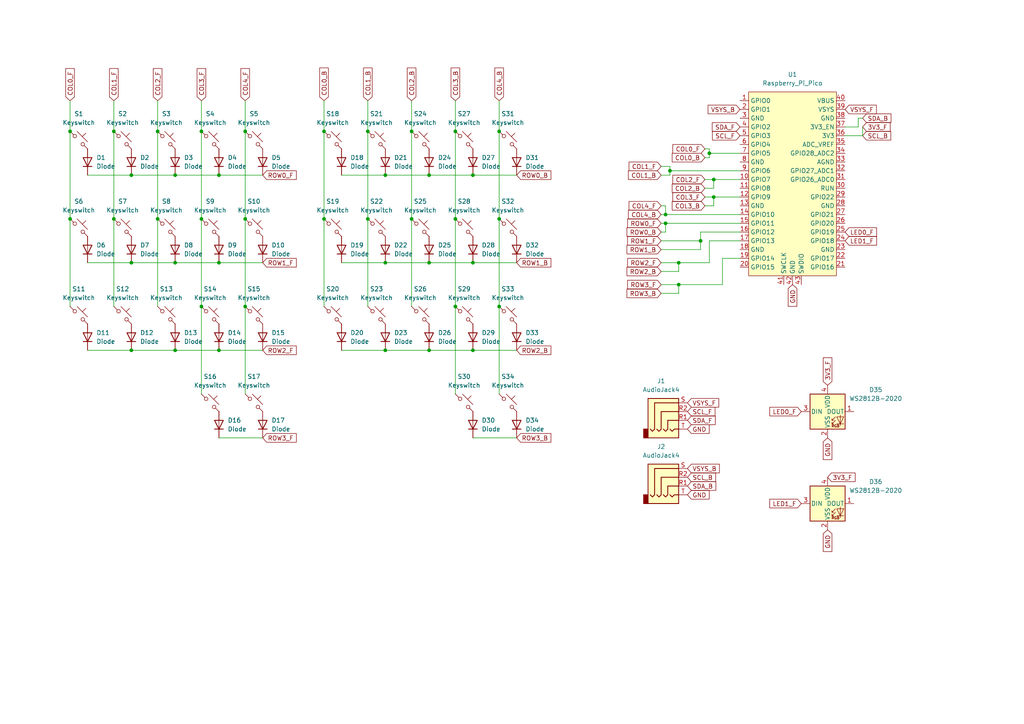
<source format=kicad_sch>
(kicad_sch (version 20231120) (generator "eeschema") (generator_version "8.0")
  (paper "A4")
  (lib_symbols
    (symbol "Connector_Audio:AudioJack4"
      (property "Reference" "J" (at 0 8.89 0))
      (property "Value" "AudioJack4" (at 0 6.35 0))
      (symbol "AudioJack4_0_1"
        (rectangle (start -6.35 -5.08) (end -7.62 -7.62) (stroke (width 0.254)) (fill (type outline)))
        (polyline (pts (xy 0 -5.08) (xy 0.635 -5.715) (xy 1.27 -5.08) (xy 2.54 -5.08)) (stroke (width 0.254)))
        (polyline (pts (xy -5.715 -5.08) (xy -5.08 -5.715) (xy -4.445 -5.08) (xy -4.445 2.54) (xy 2.54 2.54)) (stroke (width 0.254)))
        (polyline (pts (xy -1.905 -5.08) (xy -1.27 -5.715) (xy -0.635 -5.08) (xy -0.635 -2.54) (xy 2.54 -2.54)) (stroke (width 0.254)))
        (polyline (pts (xy 2.54 0) (xy -2.54 0) (xy -2.54 -5.08) (xy -3.175 -5.715) (xy -3.81 -5.08)) (stroke (width 0.254)))
        (rectangle (start 2.54 3.81) (end -6.35 -7.62) (stroke (width 0.254)) (fill (type background)))
      )
      (symbol "AudioJack4_1_1"
        (pin passive line (at 5.08 -2.54 180) (length 2.54) (name "~") (number "R1"))
        (pin passive line (at 5.08 0 180) (length 2.54) (name "~") (number "R2"))
        (pin passive line (at 5.08 2.54 180) (length 2.54) (name "~") (number "S"))
        (pin passive line (at 5.08 -5.08 180) (length 2.54) (name "~") (number "T"))
      )
    )
    (symbol "LED:WS2812B-2020" (pin_names (offset 0.254))
      (property "Reference" "D" (at 5.08 5.715 0))
      (property "Value" "WS2812B-2020" (at 1.27 -5.715 0))
      (symbol "WS2812B-2020_0_0"
        (text "RGB" (at 2.286 -4.191 0) (effects (font (size 0.762 0.762))))
      )
      (symbol "WS2812B-2020_0_1"
        (polyline (pts (xy 1.27 -3.556) (xy 1.778 -3.556)))
        (polyline (pts (xy 1.27 -2.54) (xy 1.778 -2.54)))
        (polyline (pts (xy 4.699 -3.556) (xy 2.667 -3.556)))
        (polyline (pts (xy 2.286 -2.54) (xy 1.27 -3.556) (xy 1.27 -3.048)))
        (polyline (pts (xy 2.286 -1.524) (xy 1.27 -2.54) (xy 1.27 -2.032)))
        (polyline (pts (xy 3.683 -1.016) (xy 3.683 -3.556) (xy 3.683 -4.064)))
        (polyline (pts (xy 4.699 -1.524) (xy 2.667 -1.524) (xy 3.683 -3.556) (xy 4.699 -1.524)))
        (rectangle (start 5.08 5.08) (end -5.08 -5.08) (stroke (width 0.254)) (fill (type background)))
      )
      (symbol "WS2812B-2020_1_1"
        (pin output line (at 7.62 0 180) (length 2.54) (name "DOUT") (number "1"))
        (pin power_in line (at 0 -7.62 90) (length 2.54) (name "VSS") (number "2"))
        (pin input line (at -7.62 0 0) (length 2.54) (name "DIN") (number "3"))
        (pin power_in line (at 0 7.62 270) (length 2.54) (name "VDD") (number "4"))
      )
    )
    (symbol "ScottoKeebs:MCU_Raspberry_Pi_Pico"
      (property "Reference" "U" (at 0 0 0))
      (property "Value" "Raspberry_Pi_Pico" (at 0 27.94 0))
      (symbol "MCU_Raspberry_Pi_Pico_0_1"
        (rectangle (start -12.7 26.67) (end 12.7 -26.67) (fill (type background)))
      )
      (symbol "MCU_Raspberry_Pi_Pico_1_1"
        (pin bidirectional line (at -15.24 24.13 0) (length 2.54) (name "GPIO0") (number "1"))
        (pin bidirectional line (at -15.24 1.27 0) (length 2.54) (name "GPIO7") (number "10"))
        (pin bidirectional line (at -15.24 -1.27 0) (length 2.54) (name "GPIO8") (number "11"))
        (pin bidirectional line (at -15.24 -3.81 0) (length 2.54) (name "GPIO9") (number "12"))
        (pin power_in line (at -15.24 -6.35 0) (length 2.54) (name "GND") (number "13"))
        (pin bidirectional line (at -15.24 -8.89 0) (length 2.54) (name "GPIO10") (number "14"))
        (pin bidirectional line (at -15.24 -11.43 0) (length 2.54) (name "GPIO11") (number "15"))
        (pin bidirectional line (at -15.24 -13.97 0) (length 2.54) (name "GPIO12") (number "16"))
        (pin bidirectional line (at -15.24 -16.51 0) (length 2.54) (name "GPIO13") (number "17"))
        (pin power_in line (at -15.24 -19.05 0) (length 2.54) (name "GND") (number "18"))
        (pin bidirectional line (at -15.24 -21.59 0) (length 2.54) (name "GPIO14") (number "19"))
        (pin bidirectional line (at -15.24 21.59 0) (length 2.54) (name "GPIO1") (number "2"))
        (pin bidirectional line (at -15.24 -24.13 0) (length 2.54) (name "GPIO15") (number "20"))
        (pin bidirectional line (at 15.24 -24.13 180) (length 2.54) (name "GPIO16") (number "21"))
        (pin bidirectional line (at 15.24 -21.59 180) (length 2.54) (name "GPIO17") (number "22"))
        (pin power_in line (at 15.24 -19.05 180) (length 2.54) (name "GND") (number "23"))
        (pin bidirectional line (at 15.24 -16.51 180) (length 2.54) (name "GPIO18") (number "24"))
        (pin bidirectional line (at 15.24 -13.97 180) (length 2.54) (name "GPIO19") (number "25"))
        (pin bidirectional line (at 15.24 -11.43 180) (length 2.54) (name "GPIO20") (number "26"))
        (pin bidirectional line (at 15.24 -8.89 180) (length 2.54) (name "GPIO21") (number "27"))
        (pin power_in line (at 15.24 -6.35 180) (length 2.54) (name "GND") (number "28"))
        (pin bidirectional line (at 15.24 -3.81 180) (length 2.54) (name "GPIO22") (number "29"))
        (pin power_in line (at -15.24 19.05 0) (length 2.54) (name "GND") (number "3"))
        (pin input line (at 15.24 -1.27 180) (length 2.54) (name "RUN") (number "30"))
        (pin bidirectional line (at 15.24 1.27 180) (length 2.54) (name "GPIO26_ADC0") (number "31"))
        (pin bidirectional line (at 15.24 3.81 180) (length 2.54) (name "GPIO27_ADC1") (number "32"))
        (pin power_in line (at 15.24 6.35 180) (length 2.54) (name "AGND") (number "33"))
        (pin bidirectional line (at 15.24 8.89 180) (length 2.54) (name "GPIO28_ADC2") (number "34"))
        (pin power_in line (at 15.24 11.43 180) (length 2.54) (name "ADC_VREF") (number "35"))
        (pin power_in line (at 15.24 13.97 180) (length 2.54) (name "3V3") (number "36"))
        (pin input line (at 15.24 16.51 180) (length 2.54) (name "3V3_EN") (number "37"))
        (pin bidirectional line (at 15.24 19.05 180) (length 2.54) (name "GND") (number "38"))
        (pin power_in line (at 15.24 21.59 180) (length 2.54) (name "VSYS") (number "39"))
        (pin bidirectional line (at -15.24 16.51 0) (length 2.54) (name "GPIO2") (number "4"))
        (pin power_in line (at 15.24 24.13 180) (length 2.54) (name "VBUS") (number "40"))
        (pin input line (at -2.54 -29.21 90) (length 2.54) (name "SWCLK") (number "41"))
        (pin power_in line (at 0 -29.21 90) (length 2.54) (name "GND") (number "42"))
        (pin bidirectional line (at 2.54 -29.21 90) (length 2.54) (name "SWDIO") (number "43"))
        (pin bidirectional line (at -15.24 13.97 0) (length 2.54) (name "GPIO3") (number "5"))
        (pin bidirectional line (at -15.24 11.43 0) (length 2.54) (name "GPIO4") (number "6"))
        (pin bidirectional line (at -15.24 8.89 0) (length 2.54) (name "GPIO5") (number "7"))
        (pin power_in line (at -15.24 6.35 0) (length 2.54) (name "GND") (number "8"))
        (pin bidirectional line (at -15.24 3.81 0) (length 2.54) (name "GPIO6") (number "9"))
      )
    )
    (symbol "ScottoKeebs:Placeholder_Diode" (pin_numbers hide) (pin_names hide)
      (property "Reference" "D" (at 0 2.54 0))
      (property "Value" "Diode" (at 0 -2.54 0))
      (symbol "Placeholder_Diode_0_1"
        (polyline (pts (xy -1.27 1.27) (xy -1.27 -1.27)) (stroke (width 0.254)))
        (polyline (pts (xy 1.27 0) (xy -1.27 0)))
        (polyline (pts (xy 1.27 1.27) (xy 1.27 -1.27) (xy -1.27 0) (xy 1.27 1.27)) (stroke (width 0.254)))
      )
      (symbol "Placeholder_Diode_1_1"
        (pin passive line (at -3.81 0 0) (length 2.54) (name "K") (number "1"))
        (pin passive line (at 3.81 0 180) (length 2.54) (name "A") (number "2"))
      )
    )
    (symbol "ScottoKeebs:Placeholder_Keyswitch" (pin_numbers hide) (pin_names (offset 1.016) hide)
      (property "Reference" "S" (at 3.048 1.016 0))
      (property "Value" "Keyswitch" (at 0 -3.81 0))
      (symbol "Placeholder_Keyswitch_0_1"
        (circle (center -1.1684 1.1684) (radius 0.508))
        (polyline (pts (xy -0.508 2.54) (xy 2.54 -0.508)))
        (polyline (pts (xy 1.016 1.016) (xy 2.032 2.032)))
        (polyline (pts (xy -2.54 2.54) (xy -1.524 1.524) (xy -1.524 1.524)))
        (polyline (pts (xy 1.524 -1.524) (xy 2.54 -2.54) (xy 2.54 -2.54) (xy 2.54 -2.54)))
        (circle (center 1.143 -1.1938) (radius 0.508))
        (pin passive line (at -2.54 2.54 0) (length 0) (name "1") (number "1"))
        (pin passive line (at 2.54 -2.54 180) (length 0) (name "2") (number "2"))
      )
    )
  )
  (junction (at 193.04 64.77))
  (junction (at 50.8 76.2))
  (junction (at 124.46 50.8))
  (junction (at 132.08 63.5))
  (junction (at 38.1 76.2))
  (junction (at 20.32 63.5))
  (junction (at 33.02 38.1))
  (junction (at 38.1 50.8))
  (junction (at 144.78 88.9))
  (junction (at 193.04 62.23))
  (junction (at 137.16 101.6))
  (junction (at 33.02 63.5))
  (junction (at 58.42 63.5))
  (junction (at 205.74 44.45))
  (junction (at 38.1 101.6))
  (junction (at 93.98 63.5))
  (junction (at 137.16 76.2))
  (junction (at 71.12 38.1))
  (junction (at 124.46 101.6))
  (junction (at 203.2 69.85))
  (junction (at 58.42 38.1))
  (junction (at 124.46 76.2))
  (junction (at 20.32 38.1))
  (junction (at 132.08 88.9))
  (junction (at 71.12 63.5))
  (junction (at 196.85 82.55))
  (junction (at 63.5 50.8))
  (junction (at 196.85 76.2))
  (junction (at 106.68 38.1))
  (junction (at 137.16 50.8))
  (junction (at 111.76 76.2))
  (junction (at 111.76 101.6))
  (junction (at 106.68 63.5))
  (junction (at 194.31 49.53))
  (junction (at 119.38 63.5))
  (junction (at 132.08 38.1))
  (junction (at 58.42 88.9))
  (junction (at 45.72 38.1))
  (junction (at 93.98 38.1))
  (junction (at 207.01 52.07))
  (junction (at 50.8 101.6))
  (junction (at 207.01 57.15))
  (junction (at 50.8 50.8))
  (junction (at 45.72 63.5))
  (junction (at 111.76 50.8))
  (junction (at 63.5 101.6))
  (junction (at 119.38 38.1))
  (junction (at 144.78 63.5))
  (junction (at 144.78 38.1))
  (junction (at 63.5 76.2))
  (junction (at 71.12 88.9))
  (wire (pts (xy 71.12 29.21) (xy 71.12 38.1)))
  (wire (pts (xy 194.31 49.53) (xy 214.63 49.53)))
  (wire (pts (xy 137.16 50.8) (xy 149.86 50.8)))
  (wire (pts (xy 119.38 38.1) (xy 119.38 63.5)))
  (wire (pts (xy 25.4 50.8) (xy 38.1 50.8)))
  (wire (pts (xy 63.5 76.2) (xy 76.2 76.2)))
  (wire (pts (xy 207.01 54.61) (xy 207.01 52.07)))
  (wire (pts (xy 144.78 38.1) (xy 144.78 63.5)))
  (wire (pts (xy 93.98 38.1) (xy 93.98 63.5)))
  (wire (pts (xy 106.68 38.1) (xy 106.68 63.5)))
  (wire (pts (xy 124.46 50.8) (xy 137.16 50.8)))
  (wire (pts (xy 191.77 67.31) (xy 193.04 67.31)))
  (wire (pts (xy 194.31 48.26) (xy 194.31 49.53)))
  (wire (pts (xy 93.98 63.5) (xy 93.98 88.9)))
  (wire (pts (xy 111.76 76.2) (xy 124.46 76.2)))
  (wire (pts (xy 204.47 54.61) (xy 207.01 54.61)))
  (wire (pts (xy 71.12 88.9) (xy 71.12 114.3)))
  (wire (pts (xy 45.72 29.21) (xy 45.72 38.1)))
  (wire (pts (xy 106.68 29.21) (xy 106.68 38.1)))
  (wire (pts (xy 196.85 82.55) (xy 209.55 82.55)))
  (wire (pts (xy 196.85 76.2) (xy 205.74 76.2)))
  (wire (pts (xy 205.74 76.2) (xy 205.74 69.85)))
  (wire (pts (xy 45.72 38.1) (xy 45.72 63.5)))
  (wire (pts (xy 33.02 29.21) (xy 33.02 38.1)))
  (wire (pts (xy 119.38 29.21) (xy 119.38 38.1)))
  (wire (pts (xy 250.19 34.29) (xy 248.92 34.29)))
  (wire (pts (xy 193.04 59.69) (xy 193.04 62.23)))
  (wire (pts (xy 111.76 50.8) (xy 124.46 50.8)))
  (wire (pts (xy 25.4 101.6) (xy 38.1 101.6)))
  (wire (pts (xy 124.46 76.2) (xy 137.16 76.2)))
  (wire (pts (xy 33.02 38.1) (xy 33.02 63.5)))
  (wire (pts (xy 137.16 127) (xy 149.86 127)))
  (wire (pts (xy 132.08 29.21) (xy 132.08 38.1)))
  (wire (pts (xy 205.74 45.72) (xy 205.74 44.45)))
  (wire (pts (xy 132.08 88.9) (xy 132.08 114.3)))
  (wire (pts (xy 204.47 59.69) (xy 207.01 59.69)))
  (wire (pts (xy 204.47 45.72) (xy 205.74 45.72)))
  (wire (pts (xy 191.77 50.8) (xy 194.31 50.8)))
  (wire (pts (xy 137.16 76.2) (xy 149.86 76.2)))
  (wire (pts (xy 33.02 63.5) (xy 33.02 88.9)))
  (wire (pts (xy 205.74 44.45) (xy 214.63 44.45)))
  (wire (pts (xy 193.04 64.77) (xy 214.63 64.77)))
  (wire (pts (xy 203.2 72.39) (xy 203.2 69.85)))
  (wire (pts (xy 207.01 59.69) (xy 207.01 57.15)))
  (wire (pts (xy 71.12 38.1) (xy 71.12 63.5)))
  (wire (pts (xy 50.8 50.8) (xy 63.5 50.8)))
  (wire (pts (xy 191.77 72.39) (xy 203.2 72.39)))
  (wire (pts (xy 58.42 63.5) (xy 58.42 88.9)))
  (wire (pts (xy 93.98 29.21) (xy 93.98 38.1)))
  (wire (pts (xy 144.78 63.5) (xy 144.78 88.9)))
  (wire (pts (xy 106.68 63.5) (xy 106.68 88.9)))
  (wire (pts (xy 204.47 57.15) (xy 207.01 57.15)))
  (wire (pts (xy 204.47 52.07) (xy 207.01 52.07)))
  (wire (pts (xy 58.42 88.9) (xy 58.42 114.3)))
  (wire (pts (xy 58.42 29.21) (xy 58.42 38.1)))
  (wire (pts (xy 209.55 82.55) (xy 209.55 74.93)))
  (wire (pts (xy 245.11 36.83) (xy 248.92 36.83)))
  (wire (pts (xy 132.08 63.5) (xy 132.08 88.9)))
  (wire (pts (xy 38.1 76.2) (xy 50.8 76.2)))
  (wire (pts (xy 137.16 101.6) (xy 149.86 101.6)))
  (wire (pts (xy 99.06 101.6) (xy 111.76 101.6)))
  (wire (pts (xy 196.85 85.09) (xy 196.85 82.55)))
  (wire (pts (xy 99.06 76.2) (xy 111.76 76.2)))
  (wire (pts (xy 20.32 29.21) (xy 20.32 38.1)))
  (wire (pts (xy 194.31 50.8) (xy 194.31 49.53)))
  (wire (pts (xy 203.2 69.85) (xy 203.2 67.31)))
  (wire (pts (xy 204.47 43.18) (xy 205.74 43.18)))
  (wire (pts (xy 124.46 101.6) (xy 137.16 101.6)))
  (wire (pts (xy 144.78 88.9) (xy 144.78 114.3)))
  (wire (pts (xy 50.8 101.6) (xy 63.5 101.6)))
  (wire (pts (xy 132.08 38.1) (xy 132.08 63.5)))
  (wire (pts (xy 193.04 67.31) (xy 193.04 64.77)))
  (wire (pts (xy 191.77 82.55) (xy 196.85 82.55)))
  (wire (pts (xy 191.77 78.74) (xy 196.85 78.74)))
  (wire (pts (xy 191.77 85.09) (xy 196.85 85.09)))
  (wire (pts (xy 191.77 69.85) (xy 203.2 69.85)))
  (wire (pts (xy 196.85 78.74) (xy 196.85 76.2)))
  (wire (pts (xy 245.11 39.37) (xy 250.19 39.37)))
  (wire (pts (xy 38.1 101.6) (xy 50.8 101.6)))
  (wire (pts (xy 25.4 76.2) (xy 38.1 76.2)))
  (wire (pts (xy 250.19 36.83) (xy 250.19 39.37)))
  (wire (pts (xy 63.5 50.8) (xy 76.2 50.8)))
  (wire (pts (xy 209.55 74.93) (xy 214.63 74.93)))
  (wire (pts (xy 207.01 52.07) (xy 214.63 52.07)))
  (wire (pts (xy 205.74 43.18) (xy 205.74 44.45)))
  (wire (pts (xy 203.2 67.31) (xy 214.63 67.31)))
  (wire (pts (xy 63.5 127) (xy 76.2 127)))
  (wire (pts (xy 58.42 38.1) (xy 58.42 63.5)))
  (wire (pts (xy 50.8 76.2) (xy 63.5 76.2)))
  (wire (pts (xy 248.92 34.29) (xy 248.92 36.83)))
  (wire (pts (xy 205.74 69.85) (xy 214.63 69.85)))
  (wire (pts (xy 38.1 50.8) (xy 50.8 50.8)))
  (wire (pts (xy 71.12 63.5) (xy 71.12 88.9)))
  (wire (pts (xy 63.5 101.6) (xy 76.2 101.6)))
  (wire (pts (xy 144.78 29.21) (xy 144.78 38.1)))
  (wire (pts (xy 111.76 101.6) (xy 124.46 101.6)))
  (wire (pts (xy 191.77 64.77) (xy 193.04 64.77)))
  (wire (pts (xy 191.77 62.23) (xy 193.04 62.23)))
  (wire (pts (xy 20.32 38.1) (xy 20.32 63.5)))
  (wire (pts (xy 191.77 59.69) (xy 193.04 59.69)))
  (wire (pts (xy 45.72 63.5) (xy 45.72 88.9)))
  (wire (pts (xy 191.77 76.2) (xy 196.85 76.2)))
  (wire (pts (xy 20.32 63.5) (xy 20.32 88.9)))
  (wire (pts (xy 207.01 57.15) (xy 214.63 57.15)))
  (wire (pts (xy 99.06 50.8) (xy 111.76 50.8)))
  (wire (pts (xy 191.77 48.26) (xy 194.31 48.26)))
  (wire (pts (xy 193.04 62.23) (xy 214.63 62.23)))
  (wire (pts (xy 119.38 63.5) (xy 119.38 88.9)))
  (global_label "ROW2_B" (shape input) (at 191.77 78.74 180) (property "Intersheetrefs" "${INTERSHEET_REFS}" (effects (hide yes))))
  (global_label "VSYS_F" (shape input) (at 245.11 31.75 0) (property "Intersheetrefs" "${INTERSHEET_REFS}" (effects (hide yes))))
  (global_label "SCL_F" (shape input) (at 199.39 119.38 0) (property "Intersheetrefs" "${INTERSHEET_REFS}" (effects (hide yes))))
  (global_label "GND" (shape input) (at 240.03 127 270) (property "Intersheetrefs" "${INTERSHEET_REFS}" (effects (hide yes))))
  (global_label "COL4_F" (shape input) (at 191.77 59.69 180) (property "Intersheetrefs" "${INTERSHEET_REFS}" (effects (hide yes))))
  (global_label "COL2_B" (shape input) (at 204.47 54.61 180) (property "Intersheetrefs" "${INTERSHEET_REFS}" (effects (hide yes))))
  (global_label "VSYS_B" (shape input) (at 199.39 135.89 0) (property "Intersheetrefs" "${INTERSHEET_REFS}" (effects (hide yes))))
  (global_label "COL1_B" (shape input) (at 106.68 29.21 90) (property "Intersheetrefs" "${INTERSHEET_REFS}" (effects (hide yes))))
  (global_label "COL3_F" (shape input) (at 204.47 57.15 180) (property "Intersheetrefs" "${INTERSHEET_REFS}" (effects (hide yes))))
  (global_label "COL1_F" (shape input) (at 191.77 48.26 180) (property "Intersheetrefs" "${INTERSHEET_REFS}" (effects (hide yes))))
  (global_label "GND" (shape input) (at 229.87 82.55 270) (property "Intersheetrefs" "${INTERSHEET_REFS}" (effects (hide yes))))
  (global_label "SDA_F" (shape input) (at 214.63 36.83 180) (property "Intersheetrefs" "${INTERSHEET_REFS}" (effects (hide yes))))
  (global_label "ROW1_F" (shape input) (at 191.77 69.85 180) (property "Intersheetrefs" "${INTERSHEET_REFS}" (effects (hide yes))))
  (global_label "COL2_F" (shape input) (at 204.47 52.07 180) (property "Intersheetrefs" "${INTERSHEET_REFS}" (effects (hide yes))))
  (global_label "LED1_F" (shape input) (at 245.11 69.85 0) (property "Intersheetrefs" "${INTERSHEET_REFS}" (effects (hide yes))))
  (global_label "COL4_F" (shape input) (at 71.12 29.21 90) (property "Intersheetrefs" "${INTERSHEET_REFS}" (effects (hide yes))))
  (global_label "ROW0_B" (shape input) (at 191.77 67.31 180) (property "Intersheetrefs" "${INTERSHEET_REFS}" (effects (hide yes))))
  (global_label "COL0_F" (shape input) (at 20.32 29.21 90) (property "Intersheetrefs" "${INTERSHEET_REFS}" (effects (hide yes))))
  (global_label "3V3_F" (shape input) (at 250.19 36.83 0) (property "Intersheetrefs" "${INTERSHEET_REFS}" (effects (hide yes))))
  (global_label "SCL_F" (shape input) (at 214.63 39.37 180) (property "Intersheetrefs" "${INTERSHEET_REFS}" (effects (hide yes))))
  (global_label "ROW3_F" (shape input) (at 191.77 82.55 180) (property "Intersheetrefs" "${INTERSHEET_REFS}" (effects (hide yes))))
  (global_label "VSYS_B" (shape input) (at 214.63 31.75 180) (property "Intersheetrefs" "${INTERSHEET_REFS}" (effects (hide yes))))
  (global_label "ROW0_B" (shape input) (at 149.86 50.8 0) (property "Intersheetrefs" "${INTERSHEET_REFS}" (effects (hide yes))))
  (global_label "COL0_B" (shape input) (at 93.98 29.21 90) (property "Intersheetrefs" "${INTERSHEET_REFS}" (effects (hide yes))))
  (global_label "LED1_F" (shape input) (at 232.41 146.05 180) (property "Intersheetrefs" "${INTERSHEET_REFS}" (effects (hide yes))))
  (global_label "VSYS_F" (shape input) (at 199.39 116.84 0) (property "Intersheetrefs" "${INTERSHEET_REFS}" (effects (hide yes))))
  (global_label "GND" (shape input) (at 199.39 124.46 0) (property "Intersheetrefs" "${INTERSHEET_REFS}" (effects (hide yes))))
  (global_label "ROW3_F" (shape input) (at 76.2 127 0) (property "Intersheetrefs" "${INTERSHEET_REFS}" (effects (hide yes))))
  (global_label "ROW2_B" (shape input) (at 149.86 101.6 0) (property "Intersheetrefs" "${INTERSHEET_REFS}" (effects (hide yes))))
  (global_label "ROW3_B" (shape input) (at 191.77 85.09 180) (property "Intersheetrefs" "${INTERSHEET_REFS}" (effects (hide yes))))
  (global_label "ROW1_B" (shape input) (at 191.77 72.39 180) (property "Intersheetrefs" "${INTERSHEET_REFS}" (effects (hide yes))))
  (global_label "SDA_F" (shape input) (at 199.39 121.92 0) (property "Intersheetrefs" "${INTERSHEET_REFS}" (effects (hide yes))))
  (global_label "LED0_F" (shape input) (at 232.41 119.38 180) (property "Intersheetrefs" "${INTERSHEET_REFS}" (effects (hide yes))))
  (global_label "GND" (shape input) (at 240.03 153.67 270) (property "Intersheetrefs" "${INTERSHEET_REFS}" (effects (hide yes))))
  (global_label "LED0_F" (shape input) (at 245.11 67.31 0) (property "Intersheetrefs" "${INTERSHEET_REFS}" (effects (hide yes))))
  (global_label "COL2_B" (shape input) (at 119.38 29.21 90) (property "Intersheetrefs" "${INTERSHEET_REFS}" (effects (hide yes))))
  (global_label "COL3_B" (shape input) (at 132.08 29.21 90) (property "Intersheetrefs" "${INTERSHEET_REFS}" (effects (hide yes))))
  (global_label "COL4_B" (shape input) (at 144.78 29.21 90) (property "Intersheetrefs" "${INTERSHEET_REFS}" (effects (hide yes))))
  (global_label "COL3_F" (shape input) (at 58.42 29.21 90) (property "Intersheetrefs" "${INTERSHEET_REFS}" (effects (hide yes))))
  (global_label "SDA_B" (shape input) (at 199.39 140.97 0) (property "Intersheetrefs" "${INTERSHEET_REFS}" (effects (hide yes))))
  (global_label "ROW1_F" (shape input) (at 76.2 76.2 0) (property "Intersheetrefs" "${INTERSHEET_REFS}" (effects (hide yes))))
  (global_label "COL1_B" (shape input) (at 191.77 50.8 180) (property "Intersheetrefs" "${INTERSHEET_REFS}" (effects (hide yes))))
  (global_label "SCL_B" (shape input) (at 250.19 39.37 0) (property "Intersheetrefs" "${INTERSHEET_REFS}" (effects (hide yes))))
  (global_label "ROW2_F" (shape input) (at 191.77 76.2 180) (property "Intersheetrefs" "${INTERSHEET_REFS}" (effects (hide yes))))
  (global_label "COL3_B" (shape input) (at 204.47 59.69 180) (property "Intersheetrefs" "${INTERSHEET_REFS}" (effects (hide yes))))
  (global_label "COL2_F" (shape input) (at 45.72 29.21 90) (property "Intersheetrefs" "${INTERSHEET_REFS}" (effects (hide yes))))
  (global_label "SDA_B" (shape input) (at 250.19 34.29 0) (property "Intersheetrefs" "${INTERSHEET_REFS}" (effects (hide yes))))
  (global_label "ROW0_F" (shape input) (at 191.77 64.77 180) (property "Intersheetrefs" "${INTERSHEET_REFS}" (effects (hide yes))))
  (global_label "GND" (shape input) (at 199.39 143.51 0) (property "Intersheetrefs" "${INTERSHEET_REFS}" (effects (hide yes))))
  (global_label "COL4_B" (shape input) (at 191.77 62.23 180) (property "Intersheetrefs" "${INTERSHEET_REFS}" (effects (hide yes))))
  (global_label "COL0_B" (shape input) (at 204.47 45.72 180) (property "Intersheetrefs" "${INTERSHEET_REFS}" (effects (hide yes))))
  (global_label "ROW1_B" (shape input) (at 149.86 76.2 0) (property "Intersheetrefs" "${INTERSHEET_REFS}" (effects (hide yes))))
  (global_label "COL1_F" (shape input) (at 33.02 29.21 90) (property "Intersheetrefs" "${INTERSHEET_REFS}" (effects (hide yes))))
  (global_label "COL0_F" (shape input) (at 204.47 43.18 180) (property "Intersheetrefs" "${INTERSHEET_REFS}" (effects (hide yes))))
  (global_label "3V3_F" (shape input) (at 240.03 111.76 90) (property "Intersheetrefs" "${INTERSHEET_REFS}" (effects (hide yes))))
  (global_label "SCL_B" (shape input) (at 199.39 138.43 0) (property "Intersheetrefs" "${INTERSHEET_REFS}" (effects (hide yes))))
  (global_label "3V3_F" (shape input) (at 240.03 138.43 0) (property "Intersheetrefs" "${INTERSHEET_REFS}" (effects (hide yes))))
  (global_label "ROW0_F" (shape input) (at 76.2 50.8 0) (property "Intersheetrefs" "${INTERSHEET_REFS}" (effects (hide yes))))
  (global_label "ROW3_B" (shape input) (at 149.86 127 0) (property "Intersheetrefs" "${INTERSHEET_REFS}" (effects (hide yes))))
  (global_label "ROW2_F" (shape input) (at 76.2 101.6 0) (property "Intersheetrefs" "${INTERSHEET_REFS}" (effects (hide yes))))
  (symbol (lib_id "ScottoKeebs:Placeholder_Diode") (at 38.1 97.79 90) (unit 1)
    (property "Reference" "D12" (at 40.64 96.5199 90) (effects (justify right)))
    (property "Value" "Diode" (at 40.64 99.0599 90) (effects (justify right)))
    (property "Footprint" "ScottoKeebs_Components:Diode_SOD-123" (effects (hide yes)))
    (property "Description" "1N4148 (DO-35) or 1N4148W (SOD-123)" (effects (hide yes)))
    (property "Sim.Device" "D" (effects (hide yes)))
    (property "Sim.Pins" "1=K 2=A" (effects (hide yes)))
  )
  (symbol (lib_id "ScottoKeebs:Placeholder_Keyswitch") (at 73.66 91.44 0) (unit 1)
    (property "Reference" "S15" (at 73.66 83.82 0))
    (property "Value" "Keyswitch" (at 73.66 86.36 0))
    (property "Footprint" "ScottoKeebs_Hotswap:Hotswap_MX_1.00u" (effects (hide yes)))
    (property "Description" "Push button switch, normally open, two pins, 45° tilted" (effects (hide yes)))
  )
  (symbol (lib_id "ScottoKeebs:Placeholder_Keyswitch") (at 134.62 91.44 0) (unit 1)
    (property "Reference" "S29" (at 134.62 83.82 0))
    (property "Value" "Keyswitch" (at 134.62 86.36 0))
    (property "Footprint" "ScottoKeebs_Hotswap:Hotswap_MX_1.00u" (effects (hide yes)))
    (property "Description" "Push button switch, normally open, two pins, 45° tilted" (effects (hide yes)))
  )
  (symbol (lib_id "ScottoKeebs:Placeholder_Keyswitch") (at 60.96 66.04 0) (unit 1)
    (property "Reference" "S9" (at 60.96 58.42 0))
    (property "Value" "Keyswitch" (at 60.96 60.96 0))
    (property "Footprint" "ScottoKeebs_Hotswap:Hotswap_MX_1.00u" (effects (hide yes)))
    (property "Description" "Push button switch, normally open, two pins, 45° tilted" (effects (hide yes)))
  )
  (symbol (lib_id "ScottoKeebs:Placeholder_Keyswitch") (at 73.66 40.64 0) (unit 1)
    (property "Reference" "S5" (at 73.66 33.02 0))
    (property "Value" "Keyswitch" (at 73.66 35.56 0))
    (property "Footprint" "ScottoKeebs_Hotswap:Hotswap_MX_1.00u" (effects (hide yes)))
    (property "Description" "Push button switch, normally open, two pins, 45° tilted" (effects (hide yes)))
  )
  (symbol (lib_id "ScottoKeebs:Placeholder_Keyswitch") (at 48.26 40.64 0) (unit 1)
    (property "Reference" "S3" (at 48.26 33.02 0))
    (property "Value" "Keyswitch" (at 48.26 35.56 0))
    (property "Footprint" "ScottoKeebs_Hotswap:Hotswap_MX_1.00u" (effects (hide yes)))
    (property "Description" "Push button switch, normally open, two pins, 45° tilted" (effects (hide yes)))
  )
  (symbol (lib_id "ScottoKeebs:Placeholder_Keyswitch") (at 35.56 66.04 0) (unit 1)
    (property "Reference" "S7" (at 35.56 58.42 0))
    (property "Value" "Keyswitch" (at 35.56 60.96 0))
    (property "Footprint" "ScottoKeebs_Hotswap:Hotswap_MX_1.00u" (effects (hide yes)))
    (property "Description" "Push button switch, normally open, two pins, 45° tilted" (effects (hide yes)))
  )
  (symbol (lib_id "ScottoKeebs:Placeholder_Diode") (at 99.06 72.39 90) (unit 1)
    (property "Reference" "D19" (at 101.6 71.1199 90) (effects (justify right)))
    (property "Value" "Diode" (at 101.6 73.6599 90) (effects (justify right)))
    (property "Footprint" "ScottoKeebs_Components:Diode_SOD-123" (effects (hide yes)))
    (property "Description" "1N4148 (DO-35) or 1N4148W (SOD-123)" (effects (hide yes)))
    (property "Sim.Device" "D" (effects (hide yes)))
    (property "Sim.Pins" "1=K 2=A" (effects (hide yes)))
  )
  (symbol (lib_id "Connector_Audio:AudioJack4") (at 194.31 119.38 0) (unit 1)
    (property "Reference" "J1" (at 191.77 110.49 0))
    (property "Value" "AudioJack4" (at 191.77 113.03 0))
    (property "Footprint" "Connector_Audio:Jack_3.5mm_PJ320D_Horizontal" (effects (hide yes)))
    (property "Description" "Audio Jack, 4 Poles (TRRS)" (effects (hide yes)))
  )
  (symbol (lib_id "ScottoKeebs:Placeholder_Diode") (at 76.2 123.19 90) (unit 1)
    (property "Reference" "D17" (at 78.74 121.9199 90) (effects (justify right)))
    (property "Value" "Diode" (at 78.74 124.4599 90) (effects (justify right)))
    (property "Footprint" "ScottoKeebs_Components:Diode_SOD-123" (effects (hide yes)))
    (property "Description" "1N4148 (DO-35) or 1N4148W (SOD-123)" (effects (hide yes)))
    (property "Sim.Device" "D" (effects (hide yes)))
    (property "Sim.Pins" "1=K 2=A" (effects (hide yes)))
  )
  (symbol (lib_id "ScottoKeebs:Placeholder_Diode") (at 63.5 97.79 90) (unit 1)
    (property "Reference" "D14" (at 66.04 96.5199 90) (effects (justify right)))
    (property "Value" "Diode" (at 66.04 99.0599 90) (effects (justify right)))
    (property "Footprint" "ScottoKeebs_Components:Diode_SOD-123" (effects (hide yes)))
    (property "Description" "1N4148 (DO-35) or 1N4148W (SOD-123)" (effects (hide yes)))
    (property "Sim.Device" "D" (effects (hide yes)))
    (property "Sim.Pins" "1=K 2=A" (effects (hide yes)))
  )
  (symbol (lib_id "ScottoKeebs:Placeholder_Diode") (at 149.86 72.39 90) (unit 1)
    (property "Reference" "D32" (at 152.4 71.1199 90) (effects (justify right)))
    (property "Value" "Diode" (at 152.4 73.6599 90) (effects (justify right)))
    (property "Footprint" "ScottoKeebs_Components:Diode_SOD-123" (effects (hide yes)))
    (property "Description" "1N4148 (DO-35) or 1N4148W (SOD-123)" (effects (hide yes)))
    (property "Sim.Device" "D" (effects (hide yes)))
    (property "Sim.Pins" "1=K 2=A" (effects (hide yes)))
  )
  (symbol (lib_id "ScottoKeebs:Placeholder_Diode") (at 124.46 97.79 90) (unit 1)
    (property "Reference" "D26" (at 127 96.5199 90) (effects (justify right)))
    (property "Value" "Diode" (at 127 99.0599 90) (effects (justify right)))
    (property "Footprint" "ScottoKeebs_Components:Diode_SOD-123" (effects (hide yes)))
    (property "Description" "1N4148 (DO-35) or 1N4148W (SOD-123)" (effects (hide yes)))
    (property "Sim.Device" "D" (effects (hide yes)))
    (property "Sim.Pins" "1=K 2=A" (effects (hide yes)))
  )
  (symbol (lib_id "ScottoKeebs:Placeholder_Diode") (at 149.86 97.79 90) (unit 1)
    (property "Reference" "D33" (at 152.4 96.5199 90) (effects (justify right)))
    (property "Value" "Diode" (at 152.4 99.0599 90) (effects (justify right)))
    (property "Footprint" "ScottoKeebs_Components:Diode_SOD-123" (effects (hide yes)))
    (property "Description" "1N4148 (DO-35) or 1N4148W (SOD-123)" (effects (hide yes)))
    (property "Sim.Device" "D" (effects (hide yes)))
    (property "Sim.Pins" "1=K 2=A" (effects (hide yes)))
  )
  (symbol (lib_id "ScottoKeebs:Placeholder_Keyswitch") (at 73.66 116.84 0) (unit 1)
    (property "Reference" "S17" (at 73.66 109.22 0))
    (property "Value" "Keyswitch" (at 73.66 111.76 0))
    (property "Footprint" "ScottoKeebs_Hotswap:Hotswap_MX_1.00u" (effects (hide yes)))
    (property "Description" "Push button switch, normally open, two pins, 45° tilted" (effects (hide yes)))
  )
  (symbol (lib_id "ScottoKeebs:Placeholder_Keyswitch") (at 109.22 91.44 0) (unit 1)
    (property "Reference" "S23" (at 109.22 83.82 0))
    (property "Value" "Keyswitch" (at 109.22 86.36 0))
    (property "Footprint" "ScottoKeebs_Hotswap:Hotswap_MX_1.00u" (effects (hide yes)))
    (property "Description" "Push button switch, normally open, two pins, 45° tilted" (effects (hide yes)))
  )
  (symbol (lib_id "ScottoKeebs:Placeholder_Diode") (at 38.1 72.39 90) (unit 1)
    (property "Reference" "D7" (at 40.64 71.1199 90) (effects (justify right)))
    (property "Value" "Diode" (at 40.64 73.6599 90) (effects (justify right)))
    (property "Footprint" "ScottoKeebs_Components:Diode_SOD-123" (effects (hide yes)))
    (property "Description" "1N4148 (DO-35) or 1N4148W (SOD-123)" (effects (hide yes)))
    (property "Sim.Device" "D" (effects (hide yes)))
    (property "Sim.Pins" "1=K 2=A" (effects (hide yes)))
  )
  (symbol (lib_id "ScottoKeebs:Placeholder_Keyswitch") (at 121.92 91.44 0) (unit 1)
    (property "Reference" "S26" (at 121.92 83.82 0))
    (property "Value" "Keyswitch" (at 121.92 86.36 0))
    (property "Footprint" "ScottoKeebs_Hotswap:Hotswap_MX_1.00u" (effects (hide yes)))
    (property "Description" "Push button switch, normally open, two pins, 45° tilted" (effects (hide yes)))
  )
  (symbol (lib_id "ScottoKeebs:Placeholder_Keyswitch") (at 147.32 40.64 0) (unit 1)
    (property "Reference" "S31" (at 147.32 33.02 0))
    (property "Value" "Keyswitch" (at 147.32 35.56 0))
    (property "Footprint" "ScottoKeebs_Hotswap:Hotswap_MX_1.00u" (effects (hide yes)))
    (property "Description" "Push button switch, normally open, two pins, 45° tilted" (effects (hide yes)))
  )
  (symbol (lib_id "ScottoKeebs:Placeholder_Keyswitch") (at 109.22 66.04 0) (unit 1)
    (property "Reference" "S22" (at 109.22 58.42 0))
    (property "Value" "Keyswitch" (at 109.22 60.96 0))
    (property "Footprint" "ScottoKeebs_Hotswap:Hotswap_MX_1.00u" (effects (hide yes)))
    (property "Description" "Push button switch, normally open, two pins, 45° tilted" (effects (hide yes)))
  )
  (symbol (lib_id "LED:WS2812B-2020") (at 240.03 146.05 0) (unit 1)
    (property "Reference" "D36" (at 254 139.7314 0))
    (property "Value" "WS2812B-2020" (at 254 142.2714 0))
    (property "Footprint" "LED_SMD:LED_WS2812B-2020_PLCC4_2.0x2.0mm" (effects (hide yes)))
    (property "Datasheet" "https://cdn-shop.adafruit.com/product-files/4684/4684_WS2812B-2020_V1.3_EN.pdf" (effects (hide yes)))
    (property "Description" "RGB LED with integrated controller, 2.0 x 2.0 mm, 12 mA" (effects (hide yes)))
  )
  (symbol (lib_id "ScottoKeebs:Placeholder_Keyswitch") (at 109.22 40.64 0) (unit 1)
    (property "Reference" "S21" (at 109.22 33.02 0))
    (property "Value" "Keyswitch" (at 109.22 35.56 0))
    (property "Footprint" "ScottoKeebs_Hotswap:Hotswap_MX_1.00u" (effects (hide yes)))
    (property "Description" "Push button switch, normally open, two pins, 45° tilted" (effects (hide yes)))
  )
  (symbol (lib_id "ScottoKeebs:Placeholder_Keyswitch") (at 134.62 40.64 0) (unit 1)
    (property "Reference" "S27" (at 134.62 33.02 0))
    (property "Value" "Keyswitch" (at 134.62 35.56 0))
    (property "Footprint" "ScottoKeebs_Hotswap:Hotswap_MX_1.00u" (effects (hide yes)))
    (property "Description" "Push button switch, normally open, two pins, 45° tilted" (effects (hide yes)))
  )
  (symbol (lib_id "ScottoKeebs:Placeholder_Diode") (at 50.8 97.79 90) (unit 1)
    (property "Reference" "D13" (at 53.34 96.5199 90) (effects (justify right)))
    (property "Value" "Diode" (at 53.34 99.0599 90) (effects (justify right)))
    (property "Footprint" "ScottoKeebs_Components:Diode_SOD-123" (effects (hide yes)))
    (property "Description" "1N4148 (DO-35) or 1N4148W (SOD-123)" (effects (hide yes)))
    (property "Sim.Device" "D" (effects (hide yes)))
    (property "Sim.Pins" "1=K 2=A" (effects (hide yes)))
  )
  (symbol (lib_id "ScottoKeebs:Placeholder_Diode") (at 137.16 97.79 90) (unit 1)
    (property "Reference" "D29" (at 139.7 96.5199 90) (effects (justify right)))
    (property "Value" "Diode" (at 139.7 99.0599 90) (effects (justify right)))
    (property "Footprint" "ScottoKeebs_Components:Diode_SOD-123" (effects (hide yes)))
    (property "Description" "1N4148 (DO-35) or 1N4148W (SOD-123)" (effects (hide yes)))
    (property "Sim.Device" "D" (effects (hide yes)))
    (property "Sim.Pins" "1=K 2=A" (effects (hide yes)))
  )
  (symbol (lib_id "ScottoKeebs:Placeholder_Diode") (at 25.4 72.39 90) (unit 1)
    (property "Reference" "D6" (at 27.94 71.1199 90) (effects (justify right)))
    (property "Value" "Diode" (at 27.94 73.6599 90) (effects (justify right)))
    (property "Footprint" "ScottoKeebs_Components:Diode_SOD-123" (effects (hide yes)))
    (property "Description" "1N4148 (DO-35) or 1N4148W (SOD-123)" (effects (hide yes)))
    (property "Sim.Device" "D" (effects (hide yes)))
    (property "Sim.Pins" "1=K 2=A" (effects (hide yes)))
  )
  (symbol (lib_id "ScottoKeebs:Placeholder_Diode") (at 137.16 46.99 90) (unit 1)
    (property "Reference" "D27" (at 139.7 45.7199 90) (effects (justify right)))
    (property "Value" "Diode" (at 139.7 48.2599 90) (effects (justify right)))
    (property "Footprint" "ScottoKeebs_Components:Diode_SOD-123" (effects (hide yes)))
    (property "Description" "1N4148 (DO-35) or 1N4148W (SOD-123)" (effects (hide yes)))
    (property "Sim.Device" "D" (effects (hide yes)))
    (property "Sim.Pins" "1=K 2=A" (effects (hide yes)))
  )
  (symbol (lib_id "ScottoKeebs:Placeholder_Diode") (at 124.46 72.39 90) (unit 1)
    (property "Reference" "D25" (at 127 71.1199 90) (effects (justify right)))
    (property "Value" "Diode" (at 127 73.6599 90) (effects (justify right)))
    (property "Footprint" "ScottoKeebs_Components:Diode_SOD-123" (effects (hide yes)))
    (property "Description" "1N4148 (DO-35) or 1N4148W (SOD-123)" (effects (hide yes)))
    (property "Sim.Device" "D" (effects (hide yes)))
    (property "Sim.Pins" "1=K 2=A" (effects (hide yes)))
  )
  (symbol (lib_id "ScottoKeebs:Placeholder_Diode") (at 76.2 46.99 90) (unit 1)
    (property "Reference" "D5" (at 78.74 45.7199 90) (effects (justify right)))
    (property "Value" "Diode" (at 78.74 48.2599 90) (effects (justify right)))
    (property "Footprint" "ScottoKeebs_Components:Diode_SOD-123" (effects (hide yes)))
    (property "Description" "1N4148 (DO-35) or 1N4148W (SOD-123)" (effects (hide yes)))
    (property "Sim.Device" "D" (effects (hide yes)))
    (property "Sim.Pins" "1=K 2=A" (effects (hide yes)))
  )
  (symbol (lib_id "ScottoKeebs:Placeholder_Diode") (at 76.2 72.39 90) (unit 1)
    (property "Reference" "D10" (at 78.74 71.1199 90) (effects (justify right)))
    (property "Value" "Diode" (at 78.74 73.6599 90) (effects (justify right)))
    (property "Footprint" "ScottoKeebs_Components:Diode_SOD-123" (effects (hide yes)))
    (property "Description" "1N4148 (DO-35) or 1N4148W (SOD-123)" (effects (hide yes)))
    (property "Sim.Device" "D" (effects (hide yes)))
    (property "Sim.Pins" "1=K 2=A" (effects (hide yes)))
  )
  (symbol (lib_id "ScottoKeebs:Placeholder_Diode") (at 149.86 46.99 90) (unit 1)
    (property "Reference" "D31" (at 152.4 45.7199 90) (effects (justify right)))
    (property "Value" "Diode" (at 152.4 48.2599 90) (effects (justify right)))
    (property "Footprint" "ScottoKeebs_Components:Diode_SOD-123" (effects (hide yes)))
    (property "Description" "1N4148 (DO-35) or 1N4148W (SOD-123)" (effects (hide yes)))
    (property "Sim.Device" "D" (effects (hide yes)))
    (property "Sim.Pins" "1=K 2=A" (effects (hide yes)))
  )
  (symbol (lib_id "Connector_Audio:AudioJack4") (at 194.31 138.43 0) (unit 1)
    (property "Reference" "J2" (at 191.77 129.54 0))
    (property "Value" "AudioJack4" (at 191.77 132.08 0))
    (property "Footprint" "Connector_Audio:Jack_3.5mm_PJ320D_Horizontal" (effects (hide yes)))
    (property "Description" "Audio Jack, 4 Poles (TRRS)" (effects (hide yes)))
  )
  (symbol (lib_id "ScottoKeebs:Placeholder_Diode") (at 50.8 46.99 90) (unit 1)
    (property "Reference" "D3" (at 53.34 45.7199 90) (effects (justify right)))
    (property "Value" "Diode" (at 53.34 48.2599 90) (effects (justify right)))
    (property "Footprint" "ScottoKeebs_Components:Diode_SOD-123" (effects (hide yes)))
    (property "Description" "1N4148 (DO-35) or 1N4148W (SOD-123)" (effects (hide yes)))
    (property "Sim.Device" "D" (effects (hide yes)))
    (property "Sim.Pins" "1=K 2=A" (effects (hide yes)))
  )
  (symbol (lib_id "ScottoKeebs:Placeholder_Keyswitch") (at 134.62 116.84 0) (unit 1)
    (property "Reference" "S30" (at 134.62 109.22 0))
    (property "Value" "Keyswitch" (at 134.62 111.76 0))
    (property "Footprint" "ScottoKeebs_Hotswap:Hotswap_MX_1.00u" (effects (hide yes)))
    (property "Description" "Push button switch, normally open, two pins, 45° tilted" (effects (hide yes)))
  )
  (symbol (lib_id "ScottoKeebs:Placeholder_Diode") (at 25.4 97.79 90) (unit 1)
    (property "Reference" "D11" (at 27.94 96.5199 90) (effects (justify right)))
    (property "Value" "Diode" (at 27.94 99.0599 90) (effects (justify right)))
    (property "Footprint" "ScottoKeebs_Components:Diode_SOD-123" (effects (hide yes)))
    (property "Description" "1N4148 (DO-35) or 1N4148W (SOD-123)" (effects (hide yes)))
    (property "Sim.Device" "D" (effects (hide yes)))
    (property "Sim.Pins" "1=K 2=A" (effects (hide yes)))
  )
  (symbol (lib_id "ScottoKeebs:Placeholder_Diode") (at 76.2 97.79 90) (unit 1)
    (property "Reference" "D15" (at 78.74 96.5199 90) (effects (justify right)))
    (property "Value" "Diode" (at 78.74 99.0599 90) (effects (justify right)))
    (property "Footprint" "ScottoKeebs_Components:Diode_SOD-123" (effects (hide yes)))
    (property "Description" "1N4148 (DO-35) or 1N4148W (SOD-123)" (effects (hide yes)))
    (property "Sim.Device" "D" (effects (hide yes)))
    (property "Sim.Pins" "1=K 2=A" (effects (hide yes)))
  )
  (symbol (lib_id "ScottoKeebs:Placeholder_Diode") (at 111.76 97.79 90) (unit 1)
    (property "Reference" "D23" (at 114.3 96.5199 90) (effects (justify right)))
    (property "Value" "Diode" (at 114.3 99.0599 90) (effects (justify right)))
    (property "Footprint" "ScottoKeebs_Components:Diode_SOD-123" (effects (hide yes)))
    (property "Description" "1N4148 (DO-35) or 1N4148W (SOD-123)" (effects (hide yes)))
    (property "Sim.Device" "D" (effects (hide yes)))
    (property "Sim.Pins" "1=K 2=A" (effects (hide yes)))
  )
  (symbol (lib_id "ScottoKeebs:Placeholder_Keyswitch") (at 35.56 91.44 0) (unit 1)
    (property "Reference" "S12" (at 35.56 83.82 0))
    (property "Value" "Keyswitch" (at 35.56 86.36 0))
    (property "Footprint" "ScottoKeebs_Hotswap:Hotswap_MX_1.00u" (effects (hide yes)))
    (property "Description" "Push button switch, normally open, two pins, 45° tilted" (effects (hide yes)))
  )
  (symbol (lib_id "ScottoKeebs:Placeholder_Diode") (at 137.16 72.39 90) (unit 1)
    (property "Reference" "D28" (at 139.7 71.1199 90) (effects (justify right)))
    (property "Value" "Diode" (at 139.7 73.6599 90) (effects (justify right)))
    (property "Footprint" "ScottoKeebs_Components:Diode_SOD-123" (effects (hide yes)))
    (property "Description" "1N4148 (DO-35) or 1N4148W (SOD-123)" (effects (hide yes)))
    (property "Sim.Device" "D" (effects (hide yes)))
    (property "Sim.Pins" "1=K 2=A" (effects (hide yes)))
  )
  (symbol (lib_id "ScottoKeebs:Placeholder_Keyswitch") (at 96.52 40.64 0) (unit 1)
    (property "Reference" "S18" (at 96.52 33.02 0))
    (property "Value" "Keyswitch" (at 96.52 35.56 0))
    (property "Footprint" "ScottoKeebs_Hotswap:Hotswap_MX_1.00u" (effects (hide yes)))
    (property "Description" "Push button switch, normally open, two pins, 45° tilted" (effects (hide yes)))
  )
  (symbol (lib_id "ScottoKeebs:MCU_Raspberry_Pi_Pico") (at 229.87 53.34 0) (unit 1)
    (property "Reference" "U1" (at 229.87 21.59 0))
    (property "Value" "Raspberry_Pi_Pico" (at 229.87 24.13 0))
    (property "Footprint" "ScottoKeebs_MCU:Raspberry_Pi_Pico" (effects (hide yes)))
  )
  (symbol (lib_id "ScottoKeebs:Placeholder_Diode") (at 25.4 46.99 90) (unit 1)
    (property "Reference" "D1" (at 27.94 45.7199 90) (effects (justify right)))
    (property "Value" "Diode" (at 27.94 48.2599 90) (effects (justify right)))
    (property "Footprint" "ScottoKeebs_Components:Diode_SOD-123" (effects (hide yes)))
    (property "Description" "1N4148 (DO-35) or 1N4148W (SOD-123)" (effects (hide yes)))
    (property "Sim.Device" "D" (effects (hide yes)))
    (property "Sim.Pins" "1=K 2=A" (effects (hide yes)))
  )
  (symbol (lib_id "ScottoKeebs:Placeholder_Keyswitch") (at 22.86 91.44 0) (unit 1)
    (property "Reference" "S11" (at 22.86 83.82 0))
    (property "Value" "Keyswitch" (at 22.86 86.36 0))
    (property "Footprint" "ScottoKeebs_Hotswap:Hotswap_MX_1.00u" (effects (hide yes)))
    (property "Description" "Push button switch, normally open, two pins, 45° tilted" (effects (hide yes)))
  )
  (symbol (lib_id "ScottoKeebs:Placeholder_Diode") (at 38.1 46.99 90) (unit 1)
    (property "Reference" "D2" (at 40.64 45.7199 90) (effects (justify right)))
    (property "Value" "Diode" (at 40.64 48.2599 90) (effects (justify right)))
    (property "Footprint" "ScottoKeebs_Components:Diode_SOD-123" (effects (hide yes)))
    (property "Description" "1N4148 (DO-35) or 1N4148W (SOD-123)" (effects (hide yes)))
    (property "Sim.Device" "D" (effects (hide yes)))
    (property "Sim.Pins" "1=K 2=A" (effects (hide yes)))
  )
  (symbol (lib_id "ScottoKeebs:Placeholder_Diode") (at 99.06 46.99 90) (unit 1)
    (property "Reference" "D18" (at 101.6 45.7199 90) (effects (justify right)))
    (property "Value" "Diode" (at 101.6 48.2599 90) (effects (justify right)))
    (property "Footprint" "ScottoKeebs_Components:Diode_SOD-123" (effects (hide yes)))
    (property "Description" "1N4148 (DO-35) or 1N4148W (SOD-123)" (effects (hide yes)))
    (property "Sim.Device" "D" (effects (hide yes)))
    (property "Sim.Pins" "1=K 2=A" (effects (hide yes)))
  )
  (symbol (lib_id "ScottoKeebs:Placeholder_Keyswitch") (at 60.96 91.44 0) (unit 1)
    (property "Reference" "S14" (at 60.96 83.82 0))
    (property "Value" "Keyswitch" (at 60.96 86.36 0))
    (property "Footprint" "ScottoKeebs_Hotswap:Hotswap_MX_1.00u" (effects (hide yes)))
    (property "Description" "Push button switch, normally open, two pins, 45° tilted" (effects (hide yes)))
  )
  (symbol (lib_id "ScottoKeebs:Placeholder_Keyswitch") (at 134.62 66.04 0) (unit 1)
    (property "Reference" "S28" (at 134.62 58.42 0))
    (property "Value" "Keyswitch" (at 134.62 60.96 0))
    (property "Footprint" "ScottoKeebs_Hotswap:Hotswap_MX_1.00u" (effects (hide yes)))
    (property "Description" "Push button switch, normally open, two pins, 45° tilted" (effects (hide yes)))
  )
  (symbol (lib_id "LED:WS2812B-2020") (at 240.03 119.38 0) (unit 1)
    (property "Reference" "D35" (at 254 113.0614 0))
    (property "Value" "WS2812B-2020" (at 254 115.6014 0))
    (property "Footprint" "LED_SMD:LED_WS2812B-2020_PLCC4_2.0x2.0mm" (effects (hide yes)))
    (property "Datasheet" "https://cdn-shop.adafruit.com/product-files/4684/4684_WS2812B-2020_V1.3_EN.pdf" (effects (hide yes)))
    (property "Description" "RGB LED with integrated controller, 2.0 x 2.0 mm, 12 mA" (effects (hide yes)))
  )
  (symbol (lib_id "ScottoKeebs:Placeholder_Keyswitch") (at 48.26 91.44 0) (unit 1)
    (property "Reference" "S13" (at 48.26 83.82 0))
    (property "Value" "Keyswitch" (at 48.26 86.36 0))
    (property "Footprint" "ScottoKeebs_Hotswap:Hotswap_MX_1.00u" (effects (hide yes)))
    (property "Description" "Push button switch, normally open, two pins, 45° tilted" (effects (hide yes)))
  )
  (symbol (lib_id "ScottoKeebs:Placeholder_Keyswitch") (at 22.86 66.04 0) (unit 1)
    (property "Reference" "S6" (at 22.86 58.42 0))
    (property "Value" "Keyswitch" (at 22.86 60.96 0))
    (property "Footprint" "ScottoKeebs_Hotswap:Hotswap_MX_1.00u" (effects (hide yes)))
    (property "Description" "Push button switch, normally open, two pins, 45° tilted" (effects (hide yes)))
  )
  (symbol (lib_id "ScottoKeebs:Placeholder_Keyswitch") (at 35.56 40.64 0) (unit 1)
    (property "Reference" "S2" (at 35.56 33.02 0))
    (property "Value" "Keyswitch" (at 35.56 35.56 0))
    (property "Footprint" "ScottoKeebs_Hotswap:Hotswap_MX_1.00u" (effects (hide yes)))
    (property "Description" "Push button switch, normally open, two pins, 45° tilted" (effects (hide yes)))
  )
  (symbol (lib_id "ScottoKeebs:Placeholder_Keyswitch") (at 96.52 66.04 0) (unit 1)
    (property "Reference" "S19" (at 96.52 58.42 0))
    (property "Value" "Keyswitch" (at 96.52 60.96 0))
    (property "Footprint" "ScottoKeebs_Hotswap:Hotswap_MX_1.00u" (effects (hide yes)))
    (property "Description" "Push button switch, normally open, two pins, 45° tilted" (effects (hide yes)))
  )
  (symbol (lib_id "ScottoKeebs:Placeholder_Keyswitch") (at 96.52 91.44 0) (unit 1)
    (property "Reference" "S20" (at 96.52 83.82 0))
    (property "Value" "Keyswitch" (at 96.52 86.36 0))
    (property "Footprint" "ScottoKeebs_Hotswap:Hotswap_MX_1.00u" (effects (hide yes)))
    (property "Description" "Push button switch, normally open, two pins, 45° tilted" (effects (hide yes)))
  )
  (symbol (lib_id "ScottoKeebs:Placeholder_Keyswitch") (at 121.92 40.64 0) (unit 1)
    (property "Reference" "S24" (at 121.92 33.02 0))
    (property "Value" "Keyswitch" (at 121.92 35.56 0))
    (property "Footprint" "ScottoKeebs_Hotswap:Hotswap_MX_1.00u" (effects (hide yes)))
    (property "Description" "Push button switch, normally open, two pins, 45° tilted" (effects (hide yes)))
  )
  (symbol (lib_id "ScottoKeebs:Placeholder_Keyswitch") (at 48.26 66.04 0) (unit 1)
    (property "Reference" "S8" (at 48.26 58.42 0))
    (property "Value" "Keyswitch" (at 48.26 60.96 0))
    (property "Footprint" "ScottoKeebs_Hotswap:Hotswap_MX_1.00u" (effects (hide yes)))
    (property "Description" "Push button switch, normally open, two pins, 45° tilted" (effects (hide yes)))
  )
  (symbol (lib_id "ScottoKeebs:Placeholder_Keyswitch") (at 60.96 116.84 0) (unit 1)
    (property "Reference" "S16" (at 60.96 109.22 0))
    (property "Value" "Keyswitch" (at 60.96 111.76 0))
    (property "Footprint" "ScottoKeebs_Hotswap:Hotswap_MX_1.00u" (effects (hide yes)))
    (property "Description" "Push button switch, normally open, two pins, 45° tilted" (effects (hide yes)))
  )
  (symbol (lib_id "ScottoKeebs:Placeholder_Keyswitch") (at 73.66 66.04 0) (unit 1)
    (property "Reference" "S10" (at 73.66 58.42 0))
    (property "Value" "Keyswitch" (at 73.66 60.96 0))
    (property "Footprint" "ScottoKeebs_Hotswap:Hotswap_MX_1.00u" (effects (hide yes)))
    (property "Description" "Push button switch, normally open, two pins, 45° tilted" (effects (hide yes)))
  )
  (symbol (lib_id "ScottoKeebs:Placeholder_Keyswitch") (at 22.86 40.64 0) (unit 1)
    (property "Reference" "S1" (at 22.86 33.02 0))
    (property "Value" "Keyswitch" (at 22.86 35.56 0))
    (property "Footprint" "ScottoKeebs_Hotswap:Hotswap_MX_1.00u" (effects (hide yes)))
    (property "Description" "Push button switch, normally open, two pins, 45° tilted" (effects (hide yes)))
  )
  (symbol (lib_id "ScottoKeebs:Placeholder_Diode") (at 63.5 123.19 90) (unit 1)
    (property "Reference" "D16" (at 66.04 121.9199 90) (effects (justify right)))
    (property "Value" "Diode" (at 66.04 124.4599 90) (effects (justify right)))
    (property "Footprint" "ScottoKeebs_Components:Diode_SOD-123" (effects (hide yes)))
    (property "Description" "1N4148 (DO-35) or 1N4148W (SOD-123)" (effects (hide yes)))
    (property "Sim.Device" "D" (effects (hide yes)))
    (property "Sim.Pins" "1=K 2=A" (effects (hide yes)))
  )
  (symbol (lib_id "ScottoKeebs:Placeholder_Keyswitch") (at 60.96 40.64 0) (unit 1)
    (property "Reference" "S4" (at 60.96 33.02 0))
    (property "Value" "Keyswitch" (at 60.96 35.56 0))
    (property "Footprint" "ScottoKeebs_Hotswap:Hotswap_MX_1.00u" (effects (hide yes)))
    (property "Description" "Push button switch, normally open, two pins, 45° tilted" (effects (hide yes)))
  )
  (symbol (lib_id "ScottoKeebs:Placeholder_Keyswitch") (at 147.32 66.04 0) (unit 1)
    (property "Reference" "S32" (at 147.32 58.42 0))
    (property "Value" "Keyswitch" (at 147.32 60.96 0))
    (property "Footprint" "ScottoKeebs_Hotswap:Hotswap_MX_1.00u" (effects (hide yes)))
    (property "Description" "Push button switch, normally open, two pins, 45° tilted" (effects (hide yes)))
  )
  (symbol (lib_id "ScottoKeebs:Placeholder_Diode") (at 149.86 123.19 90) (unit 1)
    (property "Reference" "D34" (at 152.4 121.9199 90) (effects (justify right)))
    (property "Value" "Diode" (at 152.4 124.4599 90) (effects (justify right)))
    (property "Footprint" "ScottoKeebs_Components:Diode_SOD-123" (effects (hide yes)))
    (property "Description" "1N4148 (DO-35) or 1N4148W (SOD-123)" (effects (hide yes)))
    (property "Sim.Device" "D" (effects (hide yes)))
    (property "Sim.Pins" "1=K 2=A" (effects (hide yes)))
  )
  (symbol (lib_id "ScottoKeebs:Placeholder_Diode") (at 137.16 123.19 90) (unit 1)
    (property "Reference" "D30" (at 139.7 121.9199 90) (effects (justify right)))
    (property "Value" "Diode" (at 139.7 124.4599 90) (effects (justify right)))
    (property "Footprint" "ScottoKeebs_Components:Diode_SOD-123" (effects (hide yes)))
    (property "Description" "1N4148 (DO-35) or 1N4148W (SOD-123)" (effects (hide yes)))
    (property "Sim.Device" "D" (effects (hide yes)))
    (property "Sim.Pins" "1=K 2=A" (effects (hide yes)))
  )
  (symbol (lib_id "ScottoKeebs:Placeholder_Keyswitch") (at 147.32 91.44 0) (unit 1)
    (property "Reference" "S33" (at 147.32 83.82 0))
    (property "Value" "Keyswitch" (at 147.32 86.36 0))
    (property "Footprint" "ScottoKeebs_Hotswap:Hotswap_MX_1.00u" (effects (hide yes)))
    (property "Description" "Push button switch, normally open, two pins, 45° tilted" (effects (hide yes)))
  )
  (symbol (lib_id "ScottoKeebs:Placeholder_Keyswitch") (at 121.92 66.04 0) (unit 1)
    (property "Reference" "S25" (at 121.92 58.42 0))
    (property "Value" "Keyswitch" (at 121.92 60.96 0))
    (property "Footprint" "ScottoKeebs_Hotswap:Hotswap_MX_1.00u" (effects (hide yes)))
    (property "Description" "Push button switch, normally open, two pins, 45° tilted" (effects (hide yes)))
  )
  (symbol (lib_id "ScottoKeebs:Placeholder_Diode") (at 124.46 46.99 90) (unit 1)
    (property "Reference" "D24" (at 127 45.7199 90) (effects (justify right)))
    (property "Value" "Diode" (at 127 48.2599 90) (effects (justify right)))
    (property "Footprint" "ScottoKeebs_Components:Diode_SOD-123" (effects (hide yes)))
    (property "Description" "1N4148 (DO-35) or 1N4148W (SOD-123)" (effects (hide yes)))
    (property "Sim.Device" "D" (effects (hide yes)))
    (property "Sim.Pins" "1=K 2=A" (effects (hide yes)))
  )
  (symbol (lib_id "ScottoKeebs:Placeholder_Diode") (at 63.5 72.39 90) (unit 1)
    (property "Reference" "D9" (at 66.04 71.1199 90) (effects (justify right)))
    (property "Value" "Diode" (at 66.04 73.6599 90) (effects (justify right)))
    (property "Footprint" "ScottoKeebs_Components:Diode_SOD-123" (effects (hide yes)))
    (property "Description" "1N4148 (DO-35) or 1N4148W (SOD-123)" (effects (hide yes)))
    (property "Sim.Device" "D" (effects (hide yes)))
    (property "Sim.Pins" "1=K 2=A" (effects (hide yes)))
  )
  (symbol (lib_id "ScottoKeebs:Placeholder_Diode") (at 99.06 97.79 90) (unit 1)
    (property "Reference" "D20" (at 101.6 96.5199 90) (effects (justify right)))
    (property "Value" "Diode" (at 101.6 99.0599 90) (effects (justify right)))
    (property "Footprint" "ScottoKeebs_Components:Diode_SOD-123" (effects (hide yes)))
    (property "Description" "1N4148 (DO-35) or 1N4148W (SOD-123)" (effects (hide yes)))
    (property "Sim.Device" "D" (effects (hide yes)))
    (property "Sim.Pins" "1=K 2=A" (effects (hide yes)))
  )
  (symbol (lib_id "ScottoKeebs:Placeholder_Diode") (at 111.76 72.39 90) (unit 1)
    (property "Reference" "D22" (at 114.3 71.1199 90) (effects (justify right)))
    (property "Value" "Diode" (at 114.3 73.6599 90) (effects (justify right)))
    (property "Footprint" "ScottoKeebs_Components:Diode_SOD-123" (effects (hide yes)))
    (property "Description" "1N4148 (DO-35) or 1N4148W (SOD-123)" (effects (hide yes)))
    (property "Sim.Device" "D" (effects (hide yes)))
    (property "Sim.Pins" "1=K 2=A" (effects (hide yes)))
  )
  (symbol (lib_id "ScottoKeebs:Placeholder_Diode") (at 63.5 46.99 90) (unit 1)
    (property "Reference" "D4" (at 66.04 45.7199 90) (effects (justify right)))
    (property "Value" "Diode" (at 66.04 48.2599 90) (effects (justify right)))
    (property "Footprint" "ScottoKeebs_Components:Diode_SOD-123" (effects (hide yes)))
    (property "Description" "1N4148 (DO-35) or 1N4148W (SOD-123)" (effects (hide yes)))
    (property "Sim.Device" "D" (effects (hide yes)))
    (property "Sim.Pins" "1=K 2=A" (effects (hide yes)))
  )
  (symbol (lib_id "ScottoKeebs:Placeholder_Keyswitch") (at 147.32 116.84 0) (unit 1)
    (property "Reference" "S34" (at 147.32 109.22 0))
    (property "Value" "Keyswitch" (at 147.32 111.76 0))
    (property "Footprint" "ScottoKeebs_Hotswap:Hotswap_MX_1.00u" (effects (hide yes)))
    (property "Description" "Push button switch, normally open, two pins, 45° tilted" (effects (hide yes)))
  )
  (symbol (lib_id "ScottoKeebs:Placeholder_Diode") (at 111.76 46.99 90) (unit 1)
    (property "Reference" "D21" (at 114.3 45.7199 90) (effects (justify right)))
    (property "Value" "Diode" (at 114.3 48.2599 90) (effects (justify right)))
    (property "Footprint" "ScottoKeebs_Components:Diode_SOD-123" (effects (hide yes)))
    (property "Description" "1N4148 (DO-35) or 1N4148W (SOD-123)" (effects (hide yes)))
    (property "Sim.Device" "D" (effects (hide yes)))
    (property "Sim.Pins" "1=K 2=A" (effects (hide yes)))
  )
  (symbol (lib_id "ScottoKeebs:Placeholder_Diode") (at 50.8 72.39 90) (unit 1)
    (property "Reference" "D8" (at 53.34 71.1199 90) (effects (justify right)))
    (property "Value" "Diode" (at 53.34 73.6599 90) (effects (justify right)))
    (property "Footprint" "ScottoKeebs_Components:Diode_SOD-123" (effects (hide yes)))
    (property "Description" "1N4148 (DO-35) or 1N4148W (SOD-123)" (effects (hide yes)))
    (property "Sim.Device" "D" (effects (hide yes)))
    (property "Sim.Pins" "1=K 2=A" (effects (hide yes)))
  )
)
</source>
